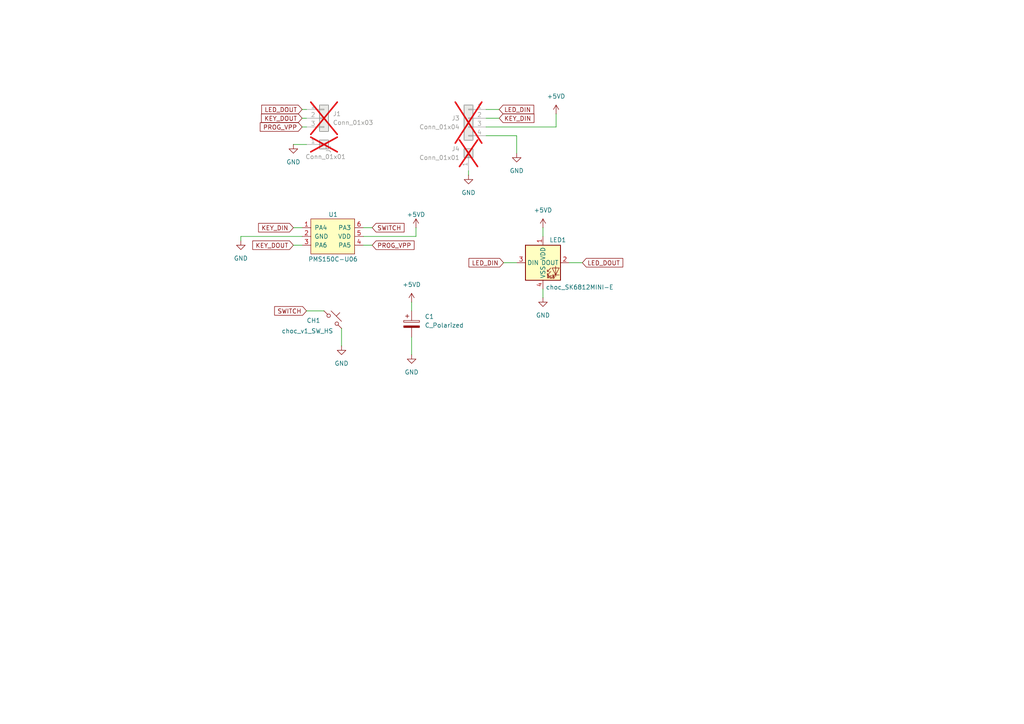
<source format=kicad_sch>
(kicad_sch (version 20231120) (generator "eeschema") (generator_version "8.0")
  (paper "A4")
  (lib_symbols
    (symbol "Connector_Generic:Conn_01x01" (pin_names (offset 1.016) hide)
      (property "Reference" "J" (at 0 2.54 0))
      (property "Value" "Conn_01x01" (at 0 -2.54 0))
      (symbol "Conn_01x01_1_1"
        (rectangle (start -1.27 0.127) (end 0 -0.127) (stroke (width 0.1524)))
        (rectangle (start -1.27 1.27) (end 1.27 -1.27) (stroke (width 0.254)) (fill (type background)))
        (pin passive line (at -5.08 0 0) (length 3.81) (name "Pin_1") (number "1"))
      )
    )
    (symbol "Connector_Generic:Conn_01x03" (pin_names (offset 1.016) hide)
      (property "Reference" "J" (at 0 5.08 0))
      (property "Value" "Conn_01x03" (at 0 -5.08 0))
      (symbol "Conn_01x03_1_1"
        (rectangle (start -1.27 -2.413) (end 0 -2.667) (stroke (width 0.1524)))
        (rectangle (start -1.27 0.127) (end 0 -0.127) (stroke (width 0.1524)))
        (rectangle (start -1.27 2.667) (end 0 2.413) (stroke (width 0.1524)))
        (rectangle (start -1.27 3.81) (end 1.27 -3.81) (stroke (width 0.254)) (fill (type background)))
        (pin passive line (at -5.08 2.54 0) (length 3.81) (name "Pin_1") (number "1"))
        (pin passive line (at -5.08 0 0) (length 3.81) (name "Pin_2") (number "2"))
        (pin passive line (at -5.08 -2.54 0) (length 3.81) (name "Pin_3") (number "3"))
      )
    )
    (symbol "Connector_Generic:Conn_01x04" (pin_names (offset 1.016) hide)
      (property "Reference" "J" (at 0 5.08 0))
      (property "Value" "Conn_01x04" (at 0 -7.62 0))
      (symbol "Conn_01x04_1_1"
        (rectangle (start -1.27 -4.953) (end 0 -5.207) (stroke (width 0.1524)))
        (rectangle (start -1.27 -2.413) (end 0 -2.667) (stroke (width 0.1524)))
        (rectangle (start -1.27 0.127) (end 0 -0.127) (stroke (width 0.1524)))
        (rectangle (start -1.27 2.667) (end 0 2.413) (stroke (width 0.1524)))
        (rectangle (start -1.27 3.81) (end 1.27 -6.35) (stroke (width 0.254)) (fill (type background)))
        (pin passive line (at -5.08 2.54 0) (length 3.81) (name "Pin_1") (number "1"))
        (pin passive line (at -5.08 0 0) (length 3.81) (name "Pin_2") (number "2"))
        (pin passive line (at -5.08 -2.54 0) (length 3.81) (name "Pin_3") (number "3"))
        (pin passive line (at -5.08 -5.08 0) (length 3.81) (name "Pin_4") (number "4"))
      )
    )
    (symbol "Device:C_Polarized" (pin_numbers hide) (pin_names (offset 0.254))
      (property "Reference" "C" (at 0.635 2.54 0))
      (property "Value" "C_Polarized" (at 0.635 -2.54 0))
      (symbol "C_Polarized_0_1"
        (rectangle (start -2.286 0.508) (end 2.286 1.016))
        (polyline (pts (xy -1.778 2.286) (xy -0.762 2.286)))
        (polyline (pts (xy -1.27 2.794) (xy -1.27 1.778)))
        (rectangle (start 2.286 -0.508) (end -2.286 -1.016) (fill (type outline)))
      )
      (symbol "C_Polarized_1_1"
        (pin passive line (at 0 3.81 270) (length 2.794) (name "~") (number "1"))
        (pin passive line (at 0 -3.81 90) (length 2.794) (name "~") (number "2"))
      )
    )
    (symbol "PCM_marbastlib-choc:choc_SK6812MINI-E"
      (property "Reference" "LED" (at 2.54 6.35 0))
      (property "Value" "choc_SK6812MINI-E" (at 10.795 -6.35 0))
      (symbol "choc_SK6812MINI-E_0_0"
        (text "RGB" (at 2.286 -4.191 0) (effects (font (size 0.762 0.762))))
      )
      (symbol "choc_SK6812MINI-E_0_1"
        (rectangle (start -5.08 5.08) (end 5.08 -5.08) (stroke (width 0.254)) (fill (type background)))
        (polyline (pts (xy 1.27 -3.556) (xy 1.778 -3.556)))
        (polyline (pts (xy 1.27 -2.54) (xy 1.778 -2.54)))
        (polyline (pts (xy 4.699 -3.556) (xy 2.667 -3.556)))
        (polyline (pts (xy 2.286 -2.54) (xy 1.27 -3.556) (xy 1.27 -3.048)))
        (polyline (pts (xy 2.286 -1.524) (xy 1.27 -2.54) (xy 1.27 -2.032)))
        (polyline (pts (xy 3.683 -1.016) (xy 3.683 -3.556) (xy 3.683 -4.064)))
        (polyline (pts (xy 4.699 -1.524) (xy 2.667 -1.524) (xy 3.683 -3.556) (xy 4.699 -1.524)))
      )
      (symbol "choc_SK6812MINI-E_1_1"
        (pin power_in line (at 0 7.62 270) (length 2.54) (name "VDD") (number "1"))
        (pin output line (at 7.62 0 180) (length 2.54) (name "DOUT") (number "2"))
        (pin input line (at -7.62 0 0) (length 2.54) (name "DIN") (number "3"))
        (pin power_in line (at 0 -7.62 90) (length 2.54) (name "VSS") (number "4"))
      )
    )
    (symbol "PCM_marbastlib-choc:choc_v1_SW_HS_CPG135001S30" (pin_numbers hide) (pin_names (offset 1.016) hide)
      (property "Reference" "CH" (at 3.048 1.016 0))
      (property "Value" "choc_v1_SW_HS" (at 0 -3.81 0))
      (symbol "choc_v1_SW_HS_CPG135001S30_0_1"
        (circle (center -1.1684 1.1684) (radius 0.508))
        (polyline (pts (xy -0.508 2.54) (xy 2.54 -0.508)))
        (polyline (pts (xy 1.016 1.016) (xy 2.032 2.032)))
        (polyline (pts (xy -2.54 2.54) (xy -1.524 1.524) (xy -1.524 1.524)))
        (polyline (pts (xy 1.524 -1.524) (xy 2.54 -2.54) (xy 2.54 -2.54) (xy 2.54 -2.54)))
        (circle (center 1.143 -1.1938) (radius 0.508))
        (pin passive line (at -2.54 2.54 0) (length 0) (name "1") (number "1"))
        (pin passive line (at 2.54 -2.54 180) (length 0) (name "2") (number "2"))
      )
    )
    (symbol "Padauk:PMS150C-U06" (pin_names (offset 1.016))
      (property "Reference" "U" (at 0 -6.35 0))
      (property "Value" "PMS150C-U06" (at 0 6.35 0))
      (symbol "PMS150C-U06_0_1"
        (rectangle (start -6.35 5.08) (end 6.35 -5.08) (fill (type background)))
      )
      (symbol "PMS150C-U06_1_1"
        (pin input line (at -8.89 2.54 0) (length 2.54) (name "PA4") (number "1"))
        (pin input line (at -8.89 0 0) (length 2.54) (name "GND") (number "2"))
        (pin input line (at -8.89 -2.54 0) (length 2.54) (name "PA6") (number "3"))
        (pin input line (at 8.89 -2.54 180) (length 2.54) (name "PA5") (number "4"))
        (pin input line (at 8.89 0 180) (length 2.54) (name "VDD") (number "5"))
        (pin input line (at 8.89 2.54 180) (length 2.54) (name "PA3") (number "6"))
      )
    )
    (symbol "power:+5VD" (power) (pin_numbers hide) (pin_names (offset 0) hide)
      (property "Value" "+5VD" (at 0 3.556 0))
      (symbol "+5VD_0_1"
        (polyline (pts (xy -0.762 1.27) (xy 0 2.54)))
        (polyline (pts (xy 0 0) (xy 0 2.54)))
        (polyline (pts (xy 0 2.54) (xy 0.762 1.27)))
      )
      (symbol "+5VD_1_1"
        (pin power_in line (at 0 0 90) (length 0) (name "~") (number "1"))
      )
    )
    (symbol "power:GND" (power) (pin_numbers hide) (pin_names (offset 0) hide)
      (property "Value" "GND" (at 0 -3.81 0))
      (symbol "GND_0_1"
        (polyline (pts (xy 0 0) (xy 0 -1.27) (xy 1.27 -1.27) (xy 0 -2.54) (xy -1.27 -1.27) (xy 0 -1.27)))
      )
      (symbol "GND_1_1"
        (pin power_in line (at 0 0 270) (length 0) (name "~") (number "1"))
      )
    )
  )
  (wire (pts (xy 119.38 87.63) (xy 119.38 90.17)))
  (wire (pts (xy 85.09 71.12) (xy 87.63 71.12)))
  (wire (pts (xy 105.41 66.04) (xy 107.95 66.04)))
  (wire (pts (xy 87.63 31.75) (xy 88.9 31.75)))
  (wire (pts (xy 119.38 97.79) (xy 119.38 102.87)))
  (wire (pts (xy 85.09 66.04) (xy 87.63 66.04)))
  (wire (pts (xy 87.63 36.83) (xy 88.9 36.83)))
  (wire (pts (xy 157.48 83.82) (xy 157.48 86.36)))
  (wire (pts (xy 146.05 76.2) (xy 149.86 76.2)))
  (wire (pts (xy 105.41 68.58) (xy 120.65 68.58)))
  (wire (pts (xy 161.29 36.83) (xy 140.97 36.83)))
  (wire (pts (xy 99.06 100.33) (xy 99.06 95.25)))
  (wire (pts (xy 165.1 76.2) (xy 168.91 76.2)))
  (wire (pts (xy 135.89 49.53) (xy 135.89 50.8)))
  (wire (pts (xy 85.09 41.91) (xy 88.9 41.91)))
  (wire (pts (xy 88.9 90.17) (xy 93.98 90.17)))
  (wire (pts (xy 69.85 69.85) (xy 69.85 68.58)))
  (wire (pts (xy 144.78 34.29) (xy 140.97 34.29)))
  (wire (pts (xy 149.86 39.37) (xy 140.97 39.37)))
  (wire (pts (xy 120.65 68.58) (xy 120.65 66.04)))
  (wire (pts (xy 157.48 66.04) (xy 157.48 68.58)))
  (wire (pts (xy 107.95 71.12) (xy 105.41 71.12)))
  (wire (pts (xy 149.86 39.37) (xy 149.86 44.45)))
  (wire (pts (xy 69.85 68.58) (xy 87.63 68.58)))
  (wire (pts (xy 88.9 34.29) (xy 87.63 34.29)))
  (wire (pts (xy 161.29 36.83) (xy 161.29 33.02)))
  (wire (pts (xy 144.78 31.75) (xy 140.97 31.75)))
  (global_label "SWITCH" (shape input) (at 88.9 90.17 180) (property "Intersheetrefs" "${INTERSHEET_REFS}" (effects (hide yes))))
  (global_label "KEY_DOUT" (shape input) (at 85.09 71.12 180) (property "Intersheetrefs" "${INTERSHEET_REFS}" (effects (hide yes))))
  (global_label "LED_DOUT" (shape input) (at 168.91 76.2 0) (property "Intersheetrefs" "${INTERSHEET_REFS}" (effects (hide yes))))
  (global_label "KEY_DOUT" (shape input) (at 87.63 34.29 180) (property "Intersheetrefs" "${INTERSHEET_REFS}" (effects (hide yes))))
  (global_label "PROG_VPP" (shape input) (at 87.63 36.83 180) (property "Intersheetrefs" "${INTERSHEET_REFS}" (effects (hide yes))))
  (global_label "SWITCH" (shape input) (at 107.95 66.04 0) (property "Intersheetrefs" "${INTERSHEET_REFS}" (effects (hide yes))))
  (global_label "KEY_DIN" (shape input) (at 144.78 34.29 0) (property "Intersheetrefs" "${INTERSHEET_REFS}" (effects (hide yes))))
  (global_label "LED_DIN" (shape input) (at 144.78 31.75 0) (property "Intersheetrefs" "${INTERSHEET_REFS}" (effects (hide yes))))
  (global_label "LED_DOUT" (shape input) (at 87.63 31.75 180) (property "Intersheetrefs" "${INTERSHEET_REFS}" (effects (hide yes))))
  (global_label "KEY_DIN" (shape input) (at 85.09 66.04 180) (property "Intersheetrefs" "${INTERSHEET_REFS}" (effects (hide yes))))
  (global_label "PROG_VPP" (shape input) (at 107.95 71.12 0) (property "Intersheetrefs" "${INTERSHEET_REFS}" (effects (hide yes))))
  (global_label "LED_DIN" (shape input) (at 146.05 76.2 180) (property "Intersheetrefs" "${INTERSHEET_REFS}" (effects (hide yes))))
  (symbol (lib_id "power:+5VD") (at 120.65 66.04 0) (unit 1)
    (property "Reference" "#PWR06" (effects (hide yes)))
    (property "Value" "+5VD" (at 120.65 62.23 0))
    (property "Description" "Power symbol creates a global label with name \"+5VD\"" (effects (hide yes)))
  )
  (symbol (lib_id "PCM_marbastlib-choc:choc_SK6812MINI-E") (at 157.48 76.2 0) (unit 1)
    (property "Reference" "LED1" (at 161.798 69.596 0))
    (property "Value" "choc_SK6812MINI-E" (at 168.148 83.312 0))
    (property "Footprint" "PCM_marbastlib-choc:LED_choc_6028R" (effects (hide yes)))
    (property "Description" "Reverse mount adressable LED (WS2812 protocol)" (effects (hide yes)))
  )
  (symbol (lib_id "power:GND") (at 119.38 102.87 0) (unit 1)
    (property "Reference" "#PWR05" (effects (hide yes)))
    (property "Value" "GND" (at 119.38 107.95 0))
    (property "Description" "Power symbol creates a global label with name \"GND\" , ground" (effects (hide yes)))
  )
  (symbol (lib_id "power:GND") (at 149.86 44.45 0) (mirror y) (unit 1)
    (property "Reference" "#PWR08" (effects (hide yes)))
    (property "Value" "GND" (at 149.86 49.53 0))
    (property "Description" "Power symbol creates a global label with name \"GND\" , ground" (effects (hide yes)))
  )
  (symbol (lib_id "Connector_Generic:Conn_01x03") (at 93.98 34.29 0) (unit 1) (dnp yes)
    (property "Reference" "J1" (at 96.52 33.0199 0) (effects (justify left)))
    (property "Value" "Conn_01x03" (at 96.52 35.5599 0) (effects (justify left)))
    (property "Footprint" "Connector_PinSocket_2.54mm:PinSocket_1x03_P2.54mm_Vertical" (effects (hide yes)))
    (property "Description" "Generic connector, single row, 01x03, script generated (kicad-library-utils/schlib/autogen/connector/)" (effects (hide yes)))
  )
  (symbol (lib_id "power:+5VD") (at 157.48 66.04 0) (unit 1)
    (property "Reference" "#PWR09" (effects (hide yes)))
    (property "Value" "+5VD" (at 157.48 60.96 0))
    (property "Description" "Power symbol creates a global label with name \"+5VD\"" (effects (hide yes)))
  )
  (symbol (lib_id "Connector_Generic:Conn_01x01") (at 93.98 41.91 0) (unit 1) (dnp yes)
    (property "Reference" "J2" (at 95.2501 44.45 90) (effects (justify left)))
    (property "Value" "Conn_01x01" (at 100.3301 45.466 0) (effects (justify right)))
    (property "Footprint" "Connector_PinSocket_2.54mm:PinSocket_1x01_P2.54mm_Vertical" (effects (hide yes)))
    (property "Description" "Generic connector, single row, 01x01, script generated (kicad-library-utils/schlib/autogen/connector/)" (effects (hide yes)))
  )
  (symbol (lib_id "power:+5VD") (at 161.29 33.02 0) (mirror y) (unit 1)
    (property "Reference" "#PWR011" (effects (hide yes)))
    (property "Value" "+5VD" (at 161.29 27.94 0))
    (property "Description" "Power symbol creates a global label with name \"+5VD\"" (effects (hide yes)))
  )
  (symbol (lib_id "power:GND") (at 99.06 100.33 0) (unit 1)
    (property "Reference" "#PWR03" (effects (hide yes)))
    (property "Value" "GND" (at 99.06 105.41 0))
    (property "Description" "Power symbol creates a global label with name \"GND\" , ground" (effects (hide yes)))
  )
  (symbol (lib_id "power:GND") (at 135.89 50.8 0) (mirror y) (unit 1)
    (property "Reference" "#PWR07" (effects (hide yes)))
    (property "Value" "GND" (at 135.89 55.88 0))
    (property "Description" "Power symbol creates a global label with name \"GND\" , ground" (effects (hide yes)))
  )
  (symbol (lib_id "Connector_Generic:Conn_01x04") (at 135.89 34.29 0) (mirror y) (unit 1) (dnp yes)
    (property "Reference" "J3" (at 133.35 34.2899 0) (effects (justify left)))
    (property "Value" "Conn_01x04" (at 133.35 36.8299 0) (effects (justify left)))
    (property "Footprint" "Connector_PinSocket_2.54mm:PinSocket_1x04_P2.54mm_Vertical" (effects (hide yes)))
    (property "Description" "Generic connector, single row, 01x04, script generated (kicad-library-utils/schlib/autogen/connector/)" (effects (hide yes)))
  )
  (symbol (lib_id "Padauk:PMS150C-U06") (at 96.52 68.58 0) (unit 1)
    (property "Reference" "U1" (at 95.2499 62.23 0) (effects (justify left)))
    (property "Value" "PMS150C-U06" (at 89.408 75.184 0) (effects (justify left)))
    (property "Footprint" "Package_TO_SOT_SMD:SOT-23-6" (effects (hide yes)))
  )
  (symbol (lib_id "Connector_Generic:Conn_01x01") (at 135.89 44.45 270) (mirror x) (unit 1) (dnp yes)
    (property "Reference" "J4" (at 133.35 43.1799 90) (effects (justify right)))
    (property "Value" "Conn_01x01" (at 133.35 45.7199 90) (effects (justify right)))
    (property "Footprint" "Connector_PinSocket_2.54mm:PinSocket_1x01_P2.54mm_Vertical" (effects (hide yes)))
    (property "Description" "Generic connector, single row, 01x01, script generated (kicad-library-utils/schlib/autogen/connector/)" (effects (hide yes)))
  )
  (symbol (lib_id "power:GND") (at 85.09 41.91 0) (unit 1)
    (property "Reference" "#PWR02" (effects (hide yes)))
    (property "Value" "GND" (at 85.09 46.99 0))
    (property "Description" "Power symbol creates a global label with name \"GND\" , ground" (effects (hide yes)))
  )
  (symbol (lib_id "Device:C_Polarized") (at 119.38 93.98 0) (unit 1)
    (property "Reference" "C1" (at 123.19 91.8209 0) (effects (justify left)))
    (property "Value" "C_Polarized" (at 123.19 94.3609 0) (effects (justify left)))
    (property "Footprint" "Capacitor_SMD:C_0603_1608Metric_Pad1.08x0.95mm_HandSolder" (effects (hide yes)))
    (property "Description" "Polarized capacitor" (effects (hide yes)))
  )
  (symbol (lib_id "PCM_marbastlib-choc:choc_v1_SW_HS_CPG135001S30") (at 96.52 92.71 270) (mirror x) (unit 1)
    (property "Reference" "CH1" (at 90.932 92.964 90))
    (property "Value" "choc_v1_SW_HS" (at 89.154 96.012 90))
    (property "Footprint" "PCM_marbastlib-choc:SW_choc_v1_HS_CPG135001S30_1u" (effects (hide yes)))
    (property "Description" "Push button switch, normally open, two pins, 45° tilted" (effects (hide yes)))
  )
  (symbol (lib_id "power:+5VD") (at 119.38 87.63 0) (unit 1)
    (property "Reference" "#PWR04" (effects (hide yes)))
    (property "Value" "+5VD" (at 119.38 82.55 0))
    (property "Description" "Power symbol creates a global label with name \"+5VD\"" (effects (hide yes)))
  )
  (symbol (lib_id "power:GND") (at 157.48 86.36 0) (unit 1)
    (property "Reference" "#PWR010" (effects (hide yes)))
    (property "Value" "GND" (at 157.48 91.44 0))
    (property "Description" "Power symbol creates a global label with name \"GND\" , ground" (effects (hide yes)))
  )
  (symbol (lib_id "power:GND") (at 69.85 69.85 0) (unit 1)
    (property "Reference" "#PWR01" (effects (hide yes)))
    (property "Value" "GND" (at 69.85 74.93 0))
    (property "Description" "Power symbol creates a global label with name \"GND\" , ground" (effects (hide yes)))
  )
)
</source>
